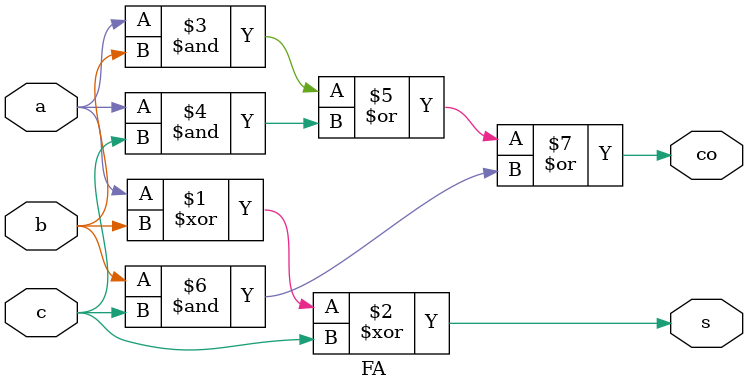
<source format=v>
`timescale 10ps/1ps

module fourtwo(
    a,
    b,
    c,
    d,
    ci,
    co,
    c1,
    s
    );

    input   a;
    input   b;
    input   c;
    input   d;
    input   ci;

    output  co;
    output  c1;
    output  s;

    wire    co1;
    wire    s1;
    FA fa1(
        .a(a),
        .b(b),
        .c(c),
        .co(co),
        .s(s1)
    );
    FA fa2(
        .a(s1),
        .b(d),
        .c(ci),
        .co(c1),
        .s(s)
    );
endmodule

module FA(
    a,
    b,
    c,
    co,
    s
);
    input   a;
    input   b;
    input   c;

    output  co;
    output  s;

    assign s = a ^ b ^ c;
    assign co = (a & b) | (a & c) | (b & c);
endmodule
</source>
